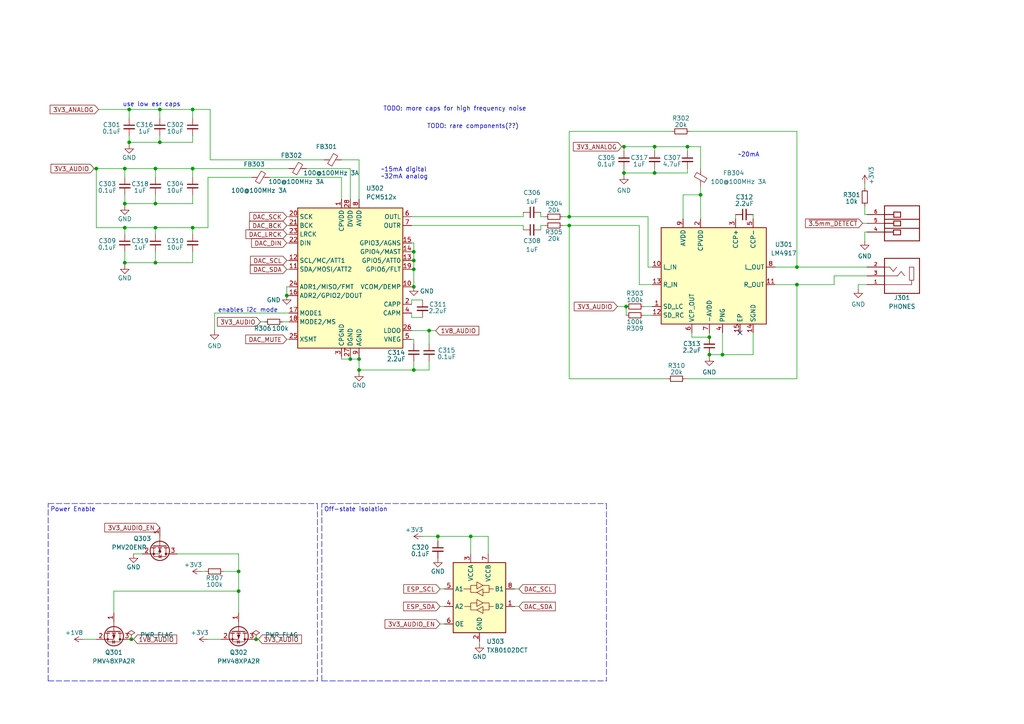
<source format=kicad_sch>
(kicad_sch (version 20211123) (generator eeschema)
  (paper "A4")
  (title_block (date "2022-09-04") (rev "1"))
  (lib_symbols
    (symbol "Audio:PCM5121PW"
      (property "Reference" "U" (at -13.97 21.59 0))
      (property "Value" "PCM5121PW" (at 10.16 21.59 0))
      (symbol "PCM5121PW_0_1"
        (rectangle (start -15.24 20.32) (end 15.24 -20.32) (stroke (width 0.254)) (fill (type background)))
      )
      (symbol "PCM5121PW_1_1"
        (pin power_in line (at -2.54 22.86 270) (length 2.54) (name "CPVDD") (number "1"))
        (pin bidirectional line (at 17.78 -2.54 180) (length 2.54) (name "VCOM/DEMP") (number "10"))
        (pin bidirectional line (at -17.78 2.54 0) (length 2.54) (name "SDA/MOSI/ATT2") (number "11"))
        (pin input line (at -17.78 5.08 0) (length 2.54) (name "SCL/MC/ATT1") (number "12"))
        (pin bidirectional line (at 17.78 5.08 180) (length 2.54) (name "GPIO5/ATT0") (number "13"))
        (pin bidirectional line (at 17.78 7.62 180) (length 2.54) (name "GPIO4/MAST") (number "14"))
        (pin bidirectional line (at 17.78 10.16 180) (length 2.54) (name "GPIO3/AGNS") (number "15"))
        (pin bidirectional line (at -17.78 -5.08 0) (length 2.54) (name "ADR2/GPIO2/DOUT") (number "16"))
        (pin input line (at -17.78 -10.16 0) (length 2.54) (name "MODE1") (number "17"))
        (pin input line (at -17.78 -12.7 0) (length 2.54) (name "MODE2/MS") (number "18"))
        (pin bidirectional line (at 17.78 2.54 180) (length 2.54) (name "GPIO6/FLT") (number "19"))
        (pin passive line (at 17.78 -7.62 180) (length 2.54) (name "CAPP") (number "2"))
        (pin input line (at -17.78 17.78 0) (length 2.54) (name "SCK") (number "20"))
        (pin bidirectional line (at -17.78 15.24 0) (length 2.54) (name "BCK") (number "21"))
        (pin input line (at -17.78 10.16 0) (length 2.54) (name "DIN") (number "22"))
        (pin bidirectional line (at -17.78 12.7 0) (length 2.54) (name "LRCK") (number "23"))
        (pin bidirectional line (at -17.78 -2.54 0) (length 2.54) (name "ADR1/MISO/FMT") (number "24"))
        (pin input line (at -17.78 -17.78 0) (length 2.54) (name "XSMT") (number "25"))
        (pin passive line (at 17.78 -15.24 180) (length 2.54) (name "LDOO") (number "26"))
        (pin power_in line (at 0 -22.86 90) (length 2.54) (name "DGND") (number "27"))
        (pin power_in line (at 0 22.86 270) (length 2.54) (name "DVDD") (number "28"))
        (pin power_in line (at -2.54 -22.86 90) (length 2.54) (name "CPGND") (number "3"))
        (pin passive line (at 17.78 -10.16 180) (length 2.54) (name "CAPM") (number "4"))
        (pin passive line (at 17.78 -17.78 180) (length 2.54) (name "VNEG") (number "5"))
        (pin output line (at 17.78 17.78 180) (length 2.54) (name "OUTL") (number "6"))
        (pin output line (at 17.78 15.24 180) (length 2.54) (name "OUTR") (number "7"))
        (pin power_in line (at 2.54 22.86 270) (length 2.54) (name "AVDD") (number "8"))
        (pin power_in line (at 2.54 -22.86 90) (length 2.54) (name "AGND") (number "9"))
      )
    )
    (symbol "Device:C_Small" (pin_numbers hide) (pin_names (offset 0.254) hide)
      (property "Reference" "C" (at 0.254 1.778 0))
      (property "Value" "C_Small" (at 0.254 -2.032 0))
      (symbol "C_Small_0_1"
        (polyline (pts (xy -1.524 -0.508) (xy 1.524 -0.508)) (stroke (width 0.3302)))
        (polyline (pts (xy -1.524 0.508) (xy 1.524 0.508)) (stroke (width 0.3048)))
      )
      (symbol "C_Small_1_1"
        (pin passive line (at 0 2.54 270) (length 2.032) (name "~") (number "1"))
        (pin passive line (at 0 -2.54 90) (length 2.032) (name "~") (number "2"))
      )
    )
    (symbol "Device:Ferrite_Bead_Small" (pin_numbers hide) (pin_names (offset 0))
      (property "Reference" "FB" (at 1.905 1.27 0))
      (property "Value" "Device_Ferrite_Bead_Small" (at 1.905 -1.27 0))
      (symbol "Ferrite_Bead_Small_0_1"
        (polyline (pts (xy 0 -1.27) (xy 0 -0.7874)))
        (polyline (pts (xy 0 0.889) (xy 0 1.2954)))
        (polyline (pts (xy -1.8288 0.2794) (xy -1.1176 1.4986) (xy 1.8288 -0.2032) (xy 1.1176 -1.4224) (xy -1.8288 0.2794)))
      )
      (symbol "Ferrite_Bead_Small_1_1"
        (pin passive line (at 0 2.54 270) (length 1.27) (name "~") (number "1"))
        (pin passive line (at 0 -2.54 90) (length 1.27) (name "~") (number "2"))
      )
    )
    (symbol "Device:Q_NMOS_GSD" (pin_names (offset 0) hide)
      (property "Reference" "Q" (at 5.08 1.27 0))
      (property "Value" "Q_NMOS_GSD" (at 5.08 -1.27 0))
      (symbol "Q_NMOS_GSD_0_1"
        (polyline (pts (xy 0.254 0) (xy -2.54 0)))
        (polyline (pts (xy 0.254 1.905) (xy 0.254 -1.905)) (stroke (width 0.254)))
        (polyline (pts (xy 0.762 -1.27) (xy 0.762 -2.286)) (stroke (width 0.254)))
        (polyline (pts (xy 0.762 0.508) (xy 0.762 -0.508)) (stroke (width 0.254)))
        (polyline (pts (xy 0.762 2.286) (xy 0.762 1.27)) (stroke (width 0.254)))
        (polyline (pts (xy 2.54 2.54) (xy 2.54 1.778)))
        (polyline (pts (xy 2.54 -2.54) (xy 2.54 0) (xy 0.762 0)))
        (polyline (pts (xy 0.762 -1.778) (xy 3.302 -1.778) (xy 3.302 1.778) (xy 0.762 1.778)))
        (polyline (pts (xy 1.016 0) (xy 2.032 0.381) (xy 2.032 -0.381) (xy 1.016 0)) (fill (type outline)))
        (polyline (pts (xy 2.794 0.508) (xy 2.921 0.381) (xy 3.683 0.381) (xy 3.81 0.254)))
        (polyline (pts (xy 3.302 0.381) (xy 2.921 -0.254) (xy 3.683 -0.254) (xy 3.302 0.381)))
        (circle (center 1.651 0) (radius 2.794) (stroke (width 0.254)))
        (circle (center 2.54 -1.778) (radius 0.254) (fill (type outline)))
        (circle (center 2.54 1.778) (radius 0.254) (fill (type outline)))
      )
      (symbol "Q_NMOS_GSD_1_1"
        (pin input line (at -5.08 0 0) (length 2.54) (name "G") (number "1"))
        (pin passive line (at 2.54 -5.08 90) (length 2.54) (name "S") (number "2"))
        (pin passive line (at 2.54 5.08 270) (length 2.54) (name "D") (number "3"))
      )
    )
    (symbol "Device:Q_PMOS_GSD" (pin_names (offset 0) hide)
      (property "Reference" "Q" (at 5.08 1.27 0))
      (property "Value" "Q_PMOS_GSD" (at 5.08 -1.27 0))
      (symbol "Q_PMOS_GSD_0_1"
        (polyline (pts (xy 0.254 0) (xy -2.54 0)))
        (polyline (pts (xy 0.254 1.905) (xy 0.254 -1.905)) (stroke (width 0.254)))
        (polyline (pts (xy 0.762 -1.27) (xy 0.762 -2.286)) (stroke (width 0.254)))
        (polyline (pts (xy 0.762 0.508) (xy 0.762 -0.508)) (stroke (width 0.254)))
        (polyline (pts (xy 0.762 2.286) (xy 0.762 1.27)) (stroke (width 0.254)))
        (polyline (pts (xy 2.54 2.54) (xy 2.54 1.778)))
        (polyline (pts (xy 2.54 -2.54) (xy 2.54 0) (xy 0.762 0)))
        (polyline (pts (xy 0.762 1.778) (xy 3.302 1.778) (xy 3.302 -1.778) (xy 0.762 -1.778)))
        (polyline (pts (xy 2.286 0) (xy 1.27 0.381) (xy 1.27 -0.381) (xy 2.286 0)) (fill (type outline)))
        (polyline (pts (xy 2.794 -0.508) (xy 2.921 -0.381) (xy 3.683 -0.381) (xy 3.81 -0.254)))
        (polyline (pts (xy 3.302 -0.381) (xy 2.921 0.254) (xy 3.683 0.254) (xy 3.302 -0.381)))
        (circle (center 1.651 0) (radius 2.794) (stroke (width 0.254)))
        (circle (center 2.54 -1.778) (radius 0.254) (fill (type outline)))
        (circle (center 2.54 1.778) (radius 0.254) (fill (type outline)))
      )
      (symbol "Q_PMOS_GSD_1_1"
        (pin input line (at -5.08 0 0) (length 2.54) (name "G") (number "1"))
        (pin passive line (at 2.54 -5.08 90) (length 2.54) (name "S") (number "2"))
        (pin passive line (at 2.54 5.08 270) (length 2.54) (name "D") (number "3"))
      )
    )
    (symbol "Device:R_Small" (pin_numbers hide) (pin_names (offset 0.254) hide)
      (property "Reference" "R" (at 0.762 0.508 0))
      (property "Value" "R_Small" (at 0.762 -1.016 0))
      (symbol "R_Small_0_1"
        (rectangle (start -0.762 1.778) (end 0.762 -1.778) (stroke (width 0.2032)))
      )
      (symbol "R_Small_1_1"
        (pin passive line (at 0 2.54 270) (length 0.762) (name "~") (number "1"))
        (pin passive line (at 0 -2.54 90) (length 0.762) (name "~") (number "2"))
      )
    )
    (symbol "Logic_LevelTranslator:TXB0102DCT"
      (property "Reference" "U" (at -6.35 11.43 0))
      (property "Value" "TXB0102DCT" (at 3.81 11.43 0))
      (symbol "TXB0102DCT_0_1"
        (rectangle (start -7.62 10.16) (end 7.62 -10.16) (stroke (width 0.254)) (fill (type background)))
        (polyline (pts (xy -2.54 -2.54) (xy -2.54 -1.524) (xy -0.762 -1.524)))
        (polyline (pts (xy -2.54 2.54) (xy -2.54 3.556) (xy -0.762 3.556)))
        (polyline (pts (xy 2.794 -2.54) (xy 2.794 -3.556) (xy 1.016 -3.556)))
        (polyline (pts (xy 2.794 2.54) (xy 2.794 1.524) (xy 1.016 1.524)))
        (polyline (pts (xy -0.762 -3.556) (xy -2.54 -3.556) (xy -2.54 -2.54) (xy -4.318 -2.54)))
        (polyline (pts (xy -0.762 -2.54) (xy -0.762 -0.508) (xy 1.016 -1.524) (xy -0.762 -2.54)) (fill (type background)))
        (polyline (pts (xy -0.762 1.524) (xy -2.54 1.524) (xy -2.54 2.54) (xy -4.572 2.54)))
        (polyline (pts (xy -0.762 2.54) (xy -0.762 4.572) (xy 1.016 3.556) (xy -0.762 2.54)))
        (polyline (pts (xy 1.016 -2.54) (xy 1.016 -4.572) (xy -0.762 -3.556) (xy 1.016 -2.54)))
        (polyline (pts (xy 1.016 -1.524) (xy 2.794 -1.524) (xy 2.794 -2.54) (xy 4.064 -2.54)))
        (polyline (pts (xy 1.016 3.556) (xy 2.794 3.556) (xy 2.794 2.54) (xy 4.064 2.54)))
        (polyline (pts (xy 1.016 2.54) (xy 1.016 0.762) (xy 1.016 0.508) (xy -0.762 1.524) (xy 1.016 2.54)))
      )
      (symbol "TXB0102DCT_1_1"
        (pin bidirectional line (at 10.16 -2.54 180) (length 2.54) (name "B2") (number "1"))
        (pin power_in line (at 0 -12.7 90) (length 2.54) (name "GND") (number "2"))
        (pin power_in line (at -2.54 12.7 270) (length 2.54) (name "VCCA") (number "3"))
        (pin bidirectional line (at -10.16 -2.54 0) (length 2.54) (name "A2") (number "4"))
        (pin bidirectional line (at -10.16 2.54 0) (length 2.54) (name "A1") (number "5"))
        (pin input line (at -10.16 -7.62 0) (length 2.54) (name "OE") (number "6"))
        (pin power_in line (at 2.54 12.7 270) (length 2.54) (name "VCCB") (number "7"))
        (pin bidirectional line (at 10.16 2.54 180) (length 2.54) (name "B1") (number "8"))
      )
    )
    (symbol "power:+1V8" (power) (pin_names (offset 0))
      (property "Value" "+1V8" (at 0 3.556 0))
      (symbol "+1V8_0_1"
        (polyline (pts (xy -0.762 1.27) (xy 0 2.54)))
        (polyline (pts (xy 0 0) (xy 0 2.54)))
        (polyline (pts (xy 0 2.54) (xy 0.762 1.27)))
      )
      (symbol "+1V8_1_1"
        (pin power_in line (at 0 0 90) (length 0) hide (name "+1V8") (number "1"))
      )
    )
    (symbol "power:+3V3" (power) (pin_names (offset 0))
      (property "Value" "+3V3" (at 0 3.556 0))
      (symbol "+3V3_0_1"
        (polyline (pts (xy -0.762 1.27) (xy 0 2.54)))
        (polyline (pts (xy 0 0) (xy 0 2.54)))
        (polyline (pts (xy 0 2.54) (xy 0.762 1.27)))
      )
      (symbol "+3V3_1_1"
        (pin power_in line (at 0 0 90) (length 0) hide (name "+3V3") (number "1"))
      )
    )
    (symbol "power:GND" (power) (pin_names (offset 0))
      (property "Value" "GND" (at 0 -3.81 0))
      (symbol "GND_0_1"
        (polyline (pts (xy 0 0) (xy 0 -1.27) (xy 1.27 -1.27) (xy 0 -2.54) (xy -1.27 -1.27) (xy 0 -1.27)))
      )
      (symbol "GND_1_1"
        (pin power_in line (at 0 0 270) (length 0) hide (name "GND") (number "1"))
      )
    )
    (symbol "power:PWR_FLAG" (power) (pin_numbers hide) (pin_names (offset 0) hide)
      (property "Value" "PWR_FLAG" (at 0 3.81 0))
      (symbol "PWR_FLAG_0_0"
        (pin power_out line (at 0 0 90) (length 0) (name "pwr") (number "1"))
      )
      (symbol "PWR_FLAG_0_1"
        (polyline (pts (xy 0 0) (xy 0 1.27) (xy -1.016 1.905) (xy 0 2.54) (xy 1.016 1.905) (xy 0 1.27)))
      )
    )
    (symbol "symbols:LM4917"
      (property "Reference" "U" (at 0 0 0))
      (property "Value" "LM4917" (at 0 0 0))
      (symbol "LM4917_0_0"
        (pin input line (at -17.78 -2.54 0) (length 2.54) (name "R_IN") (number "13"))
        (pin power_in line (at 11.43 -16.51 90) (length 2.54) (name "SGND") (number "14"))
        (pin power_in line (at 7.62 -16.51 90) (length 2.54) (name "EP") (number "15"))
        (pin passive line (at 6.35 16.51 270) (length 2.54) (name "CCP+") (number "3"))
      )
      (symbol "LM4917_0_1"
        (rectangle (start -15.24 13.97) (end 15.24 -13.97) (stroke (width 0.254)) (fill (type background)))
      )
      (symbol "LM4917_1_1"
        (pin input line (at -17.78 -8.89 0) (length 2.54) (name "SD_LC") (number "1"))
        (pin input line (at -17.78 2.54 0) (length 2.54) (name "L_IN") (number "10"))
        (pin output line (at 17.78 -2.54 180) (length 2.54) (name "R_OUT") (number "11"))
        (pin input line (at -17.78 -11.43 0) (length 2.54) (name "SD_RC") (number "12"))
        (pin power_in line (at -3.81 16.51 270) (length 2.54) (name "CPVDD") (number "2"))
        (pin power_in line (at 2.54 -16.51 90) (length 2.54) (name "PNG") (number "4"))
        (pin passive line (at 11.43 16.51 270) (length 2.54) (name "CCP-") (number "5"))
        (pin power_in line (at -6.35 -16.51 90) (length 2.54) (name "VCP_OUT") (number "6"))
        (pin power_in line (at -1.27 -16.51 90) (length 2.54) (name "-AVDD") (number "7"))
        (pin output line (at 17.78 2.54 180) (length 2.54) (name "L_OUT") (number "8"))
        (pin power_in line (at -8.89 16.51 270) (length 2.54) (name "AVDD") (number "9"))
      )
    )
    (symbol "symbols:SJ-3566AN" (pin_names (offset 1.016) hide)
      (property "Reference" "J301" (at 0 6.35 0))
      (property "Value" "PHONES" (at 0 8.89 0))
      (symbol "SJ-3566AN_0_0"
        (polyline (pts (xy -5.1054 -13.7922) (xy 5.0038 -13.7922)) (stroke (width 0.254)))
        (polyline (pts (xy -5.08 -20.32) (xy 5.08 -20.32)) (stroke (width 0.254)))
        (polyline (pts (xy -5.08 -10.16) (xy -5.08 -20.32)) (stroke (width 0.254)))
        (polyline (pts (xy -5.08 -5.08) (xy 5.08 -5.08)) (stroke (width 0.254)))
        (polyline (pts (xy -5.08 5.08) (xy -5.08 -5.08)) (stroke (width 0.254)))
        (polyline (pts (xy -3.429 -2.54) (xy -2.159 -2.54)) (stroke (width 0.1524)))
        (polyline (pts (xy -3.429 1.27) (xy -3.429 -2.54)) (stroke (width 0.1524)))
        (polyline (pts (xy -2.794 1.27) (xy -3.429 1.27)) (stroke (width 0.1524)))
        (polyline (pts (xy -2.794 1.27) (xy -2.794 2.54)) (stroke (width 0.1524)))
        (polyline (pts (xy -2.794 2.54) (xy 5.08 2.54)) (stroke (width 0.1524)))
        (polyline (pts (xy -2.159 -2.54) (xy -2.159 1.27)) (stroke (width 0.1524)))
        (polyline (pts (xy -2.159 1.27) (xy -2.794 1.27)) (stroke (width 0.1524)))
        (polyline (pts (xy 0.254 -1.27) (xy -0.762 0)) (stroke (width 0.1524)))
        (polyline (pts (xy 0.4064 -18.4912) (xy 0.4064 -16.9926)) (stroke (width 0.254)))
        (polyline (pts (xy 0.4064 -16.9926) (xy 2.3876 -16.9926)) (stroke (width 0.254)))
        (polyline (pts (xy 0.4064 -15.9004) (xy 0.4064 -14.5034)) (stroke (width 0.254)))
        (polyline (pts (xy 0.4064 -14.5034) (xy 2.3876 -14.5034)) (stroke (width 0.254)))
        (polyline (pts (xy 0.4064 -11.9126) (xy 0.4064 -13.3096)) (stroke (width 0.254)))
        (polyline (pts (xy 0.508 -13.3096) (xy 2.4892 -13.3096)) (stroke (width 0.254)))
        (polyline (pts (xy 1.27 0) (xy 0.254 -1.27)) (stroke (width 0.1524)))
        (polyline (pts (xy 1.524 -2.54) (xy 2.54 -1.27)) (stroke (width 0.1524)))
        (polyline (pts (xy 2.3876 -18.4912) (xy 0.4064 -18.4912)) (stroke (width 0.254)))
        (polyline (pts (xy 2.3876 -16.9926) (xy 2.3876 -18.4912)) (stroke (width 0.254)))
        (polyline (pts (xy 2.3876 -15.9004) (xy 0.4064 -15.9004)) (stroke (width 0.254)))
        (polyline (pts (xy 2.3876 -14.5034) (xy 2.3876 -15.9004)) (stroke (width 0.254)))
        (polyline (pts (xy 2.4892 -13.3096) (xy 2.4892 -11.9126)) (stroke (width 0.254)))
        (polyline (pts (xy 2.4892 -11.9126) (xy 0.508 -11.9126)) (stroke (width 0.254)))
        (polyline (pts (xy 2.54 -1.27) (xy 3.556 -2.54)) (stroke (width 0.1524)))
        (polyline (pts (xy 5.08 -20.32) (xy 5.08 -17.78)) (stroke (width 0.254)))
        (polyline (pts (xy 5.08 -17.78) (xy 2.54 -17.78)) (stroke (width 0.254)))
        (polyline (pts (xy 5.08 -17.78) (xy 5.08 -15.24)) (stroke (width 0.254)))
        (polyline (pts (xy 5.08 -15.24) (xy 2.54 -15.24)) (stroke (width 0.254)))
        (polyline (pts (xy 5.08 -15.24) (xy 5.08 -12.7)) (stroke (width 0.254)))
        (polyline (pts (xy 5.08 -12.7) (xy 2.54 -12.7)) (stroke (width 0.254)))
        (polyline (pts (xy 5.08 -12.7) (xy 5.08 -10.16)) (stroke (width 0.254)))
        (polyline (pts (xy 5.08 -10.16) (xy -5.08 -10.16)) (stroke (width 0.254)))
        (polyline (pts (xy 5.08 -5.08) (xy 5.08 -2.54)) (stroke (width 0.254)))
        (polyline (pts (xy 5.08 -2.54) (xy 3.556 -2.54)) (stroke (width 0.1524)))
        (polyline (pts (xy 5.08 -2.54) (xy 5.08 0)) (stroke (width 0.254)))
        (polyline (pts (xy 5.08 0) (xy 1.27 0)) (stroke (width 0.1524)))
        (polyline (pts (xy 5.08 0) (xy 5.08 2.54)) (stroke (width 0.254)))
        (polyline (pts (xy 5.08 2.54) (xy 5.08 5.08)) (stroke (width 0.254)))
        (polyline (pts (xy 5.08 5.08) (xy -5.08 5.08)) (stroke (width 0.254)))
        (polyline (pts (xy 5.1054 -16.4084) (xy -5.1054 -16.4084)) (stroke (width 0.254)))
        (pin passive line (at 10.16 2.54 180) (length 5.08) (name "~") (number "1"))
        (pin passive line (at 10.16 -2.54 180) (length 5.08) (name "~") (number "2"))
        (pin passive line (at 10.16 0 180) (length 5.08) (name "~") (number "3"))
        (pin passive line (at 10.16 -12.7 180) (length 5.08) (name "~") (number "4"))
        (pin passive line (at 10.16 -15.24 180) (length 5.08) (name "~") (number "5"))
        (pin passive line (at 10.16 -17.78 180) (length 5.08) (name "~") (number "6"))
      )
    )
  )
  (junction (at 120.015 83.185))
  (junction (at 55.88 66.04))
  (junction (at 120.015 75.565))
  (junction (at 38.1 185.42))
  (junction (at 120.015 73.025))
  (junction (at 189.865 42.545))
  (junction (at 205.74 102.87))
  (junction (at 199.39 42.545))
  (junction (at 27.94 48.895))
  (junction (at 104.14 107.315))
  (junction (at 189.865 50.165))
  (junction (at 45.085 48.895))
  (junction (at 55.88 31.75))
  (junction (at 101.6 104.14))
  (junction (at 231.14 82.55))
  (junction (at 45.085 76.2))
  (junction (at 180.975 42.545))
  (junction (at 36.195 66.04))
  (junction (at 203.2 56.515))
  (junction (at 69.215 165.735))
  (junction (at 45.085 59.055))
  (junction (at 209.55 102.87))
  (junction (at 104.14 104.14))
  (junction (at 74.295 185.42))
  (junction (at 127 155.575))
  (junction (at 205.74 97.79))
  (junction (at 124.46 95.885))
  (junction (at 36.195 48.895))
  (junction (at 120.015 78.105))
  (junction (at 120.015 107.315))
  (junction (at 165.1 65.405))
  (junction (at 37.465 31.75))
  (junction (at 136.525 155.575))
  (junction (at 37.465 41.275))
  (junction (at 36.195 76.2))
  (junction (at 181.61 88.9))
  (junction (at 46.355 41.275))
  (junction (at 69.215 171.45))
  (junction (at 55.88 48.895))
  (junction (at 46.355 31.75))
  (junction (at 83.185 85.725))
  (junction (at 180.975 50.165))
  (junction (at 165.1 62.865))
  (junction (at 231.14 77.47))
  (junction (at 36.195 59.055))
  (junction (at 45.085 66.04))
  (no_connect (at -332.105 50.165))
  (no_connect (at 214.63 96.52))
  (no_connect (at 229.87 256.54))
  (polyline (pts (xy 13.97 197.485) (xy 13.97 146.05)))
  (wire (pts (xy 250.825 67.31) (xy 250.825 69.85)))
  (wire (pts (xy 38.735 160.655) (xy 41.275 160.655)))
  (wire (pts (xy 45.085 56.515) (xy 45.085 59.055)))
  (wire (pts (xy 187.96 62.865) (xy 187.96 77.47)))
  (wire (pts (xy 156.845 65.405) (xy 156.845 66.675)))
  (wire (pts (xy 119.38 86.995) (xy 119.38 88.265)))
  (wire (pts (xy 119.38 75.565) (xy 120.015 75.565)))
  (wire (pts (xy 55.88 39.37) (xy 55.88 41.275)))
  (wire (pts (xy 251.46 62.23) (xy 250.825 62.23)))
  (wire (pts (xy 101.6 104.14) (xy 104.14 104.14)))
  (wire (pts (xy 36.195 59.055) (xy 36.195 59.69)))
  (wire (pts (xy 251.46 67.31) (xy 250.825 67.31)))
  (wire (pts (xy 158.115 62.865) (xy 156.845 62.865)))
  (wire (pts (xy 231.14 82.55) (xy 231.14 109.855)))
  (wire (pts (xy 156.845 62.865) (xy 156.845 61.595)))
  (wire (pts (xy 151.765 65.405) (xy 151.765 66.675)))
  (wire (pts (xy 127.635 175.895) (xy 128.905 175.895)))
  (wire (pts (xy 231.14 109.855) (xy 198.755 109.855)))
  (wire (pts (xy 213.36 62.23) (xy 213.36 63.5)))
  (wire (pts (xy 224.79 82.55) (xy 231.14 82.55)))
  (wire (pts (xy 36.195 59.055) (xy 45.085 59.055)))
  (wire (pts (xy 36.195 51.435) (xy 36.195 48.895)))
  (wire (pts (xy 37.465 31.75) (xy 46.355 31.75)))
  (polyline (pts (xy 93.345 197.485) (xy 175.895 197.485)))
  (polyline (pts (xy 13.97 197.485) (xy 92.075 197.485)))
  (wire (pts (xy 45.085 48.895) (xy 55.88 48.895)))
  (wire (pts (xy 251.46 82.55) (xy 248.92 82.55)))
  (wire (pts (xy 180.975 50.165) (xy 180.975 50.8)))
  (wire (pts (xy 60.96 31.75) (xy 60.96 46.355)))
  (wire (pts (xy 124.46 107.315) (xy 120.015 107.315)))
  (wire (pts (xy 119.38 95.885) (xy 124.46 95.885)))
  (wire (pts (xy 165.1 38.1) (xy 194.945 38.1)))
  (wire (pts (xy 181.61 88.9) (xy 181.61 91.44)))
  (wire (pts (xy 180.975 42.545) (xy 180.975 43.815)))
  (wire (pts (xy 199.39 42.545) (xy 203.2 42.545)))
  (wire (pts (xy 203.2 53.975) (xy 203.2 56.515)))
  (wire (pts (xy 28.575 31.75) (xy 37.465 31.75)))
  (wire (pts (xy 104.14 57.785) (xy 104.14 46.355)))
  (wire (pts (xy 24.13 185.42) (xy 27.94 185.42)))
  (wire (pts (xy 81.915 93.345) (xy 83.82 93.345)))
  (wire (pts (xy 119.38 62.865) (xy 151.765 62.865)))
  (wire (pts (xy 189.865 42.545) (xy 189.865 43.815)))
  (wire (pts (xy 45.085 48.895) (xy 45.085 51.435)))
  (wire (pts (xy 189.865 48.895) (xy 189.865 50.165)))
  (wire (pts (xy 37.465 41.275) (xy 46.355 41.275)))
  (wire (pts (xy 38.735 185.42) (xy 38.1 185.42)))
  (wire (pts (xy 218.44 96.52) (xy 218.44 102.87)))
  (wire (pts (xy 127.635 180.975) (xy 128.905 180.975)))
  (wire (pts (xy 185.42 65.405) (xy 165.1 65.405)))
  (wire (pts (xy 83.185 62.865) (xy 83.82 62.865)))
  (wire (pts (xy 150.495 170.815) (xy 149.225 170.815)))
  (wire (pts (xy 99.06 104.14) (xy 101.6 104.14)))
  (wire (pts (xy 45.085 66.04) (xy 45.085 67.945)))
  (wire (pts (xy 120.015 70.485) (xy 120.015 73.025)))
  (wire (pts (xy 241.935 82.55) (xy 241.935 80.01)))
  (wire (pts (xy 27.305 48.895) (xy 27.94 48.895)))
  (wire (pts (xy 83.82 48.895) (xy 55.88 48.895)))
  (polyline (pts (xy 13.97 146.05) (xy 92.075 146.05)))
  (wire (pts (xy 83.185 83.185) (xy 83.185 85.725)))
  (wire (pts (xy 55.88 56.515) (xy 55.88 59.055)))
  (wire (pts (xy 179.07 88.9) (xy 181.61 88.9)))
  (wire (pts (xy 45.085 73.025) (xy 45.085 76.2)))
  (wire (pts (xy 122.555 92.075) (xy 119.38 92.075)))
  (wire (pts (xy 165.1 62.865) (xy 163.195 62.865)))
  (wire (pts (xy 119.38 73.025) (xy 120.015 73.025)))
  (polyline (pts (xy 92.075 146.05) (xy 92.075 197.485)))
  (wire (pts (xy 46.355 31.75) (xy 55.88 31.75)))
  (wire (pts (xy 127 156.845) (xy 127 155.575)))
  (wire (pts (xy 158.115 65.405) (xy 156.845 65.405)))
  (wire (pts (xy 185.42 65.405) (xy 185.42 82.55)))
  (wire (pts (xy 124.46 104.775) (xy 124.46 107.315)))
  (wire (pts (xy 46.355 31.75) (xy 46.355 34.29)))
  (wire (pts (xy 64.77 165.735) (xy 69.215 165.735)))
  (wire (pts (xy 83.185 83.185) (xy 83.82 83.185)))
  (wire (pts (xy 180.34 42.545) (xy 180.975 42.545)))
  (wire (pts (xy 120.015 78.105) (xy 120.015 83.185)))
  (wire (pts (xy 55.88 73.025) (xy 55.88 76.2)))
  (wire (pts (xy 36.195 73.025) (xy 36.195 76.2)))
  (polyline (pts (xy 175.895 146.05) (xy 175.895 197.485)))
  (wire (pts (xy 27.94 48.895) (xy 27.94 66.04)))
  (wire (pts (xy 55.88 67.945) (xy 55.88 66.04)))
  (wire (pts (xy 189.865 42.545) (xy 199.39 42.545)))
  (wire (pts (xy 141.605 155.575) (xy 141.605 160.655)))
  (wire (pts (xy 55.88 34.29) (xy 55.88 31.75)))
  (wire (pts (xy 250.825 53.34) (xy 250.825 54.61)))
  (wire (pts (xy 74.93 185.42) (xy 74.295 185.42)))
  (wire (pts (xy 199.39 50.165) (xy 199.39 48.895)))
  (wire (pts (xy 120.015 104.775) (xy 120.015 107.315)))
  (wire (pts (xy 45.085 59.055) (xy 55.88 59.055)))
  (wire (pts (xy 119.38 98.425) (xy 120.015 98.425)))
  (wire (pts (xy 165.1 62.865) (xy 165.1 38.1)))
  (wire (pts (xy 136.525 155.575) (xy 141.605 155.575)))
  (wire (pts (xy 37.465 34.29) (xy 37.465 31.75)))
  (wire (pts (xy 165.1 109.855) (xy 165.1 65.405)))
  (wire (pts (xy 231.14 82.55) (xy 241.935 82.55)))
  (wire (pts (xy 33.02 171.45) (xy 69.215 171.45)))
  (wire (pts (xy 75.565 93.345) (xy 76.835 93.345)))
  (wire (pts (xy 55.88 51.435) (xy 55.88 48.895)))
  (wire (pts (xy 209.55 102.87) (xy 205.74 102.87)))
  (wire (pts (xy 36.195 76.2) (xy 36.195 76.835)))
  (wire (pts (xy 224.79 77.47) (xy 231.14 77.47)))
  (wire (pts (xy 203.2 42.545) (xy 203.2 48.895)))
  (wire (pts (xy 36.195 56.515) (xy 36.195 59.055)))
  (wire (pts (xy 165.1 65.405) (xy 163.195 65.405)))
  (wire (pts (xy 180.975 50.165) (xy 189.865 50.165)))
  (polyline (pts (xy 93.345 197.485) (xy 93.345 146.05)))
  (wire (pts (xy 58.42 165.735) (xy 59.69 165.735)))
  (wire (pts (xy 83.185 67.945) (xy 83.82 67.945)))
  (wire (pts (xy 60.325 66.04) (xy 60.325 51.435)))
  (wire (pts (xy 120.015 107.315) (xy 104.14 107.315)))
  (wire (pts (xy 62.23 90.805) (xy 62.23 95.885)))
  (wire (pts (xy 186.69 91.44) (xy 189.23 91.44)))
  (wire (pts (xy 248.92 82.55) (xy 248.92 83.82)))
  (wire (pts (xy 119.38 92.075) (xy 119.38 90.805)))
  (wire (pts (xy 36.195 66.04) (xy 45.085 66.04)))
  (wire (pts (xy 83.185 78.105) (xy 83.82 78.105)))
  (wire (pts (xy 45.085 66.04) (xy 55.88 66.04)))
  (wire (pts (xy 200.66 96.52) (xy 200.66 97.79)))
  (wire (pts (xy 205.74 103.505) (xy 205.74 102.87)))
  (wire (pts (xy 46.355 39.37) (xy 46.355 41.275)))
  (wire (pts (xy 120.015 83.185) (xy 119.38 83.185)))
  (wire (pts (xy 83.185 98.425) (xy 83.82 98.425)))
  (wire (pts (xy 198.12 63.5) (xy 198.12 56.515)))
  (wire (pts (xy 218.44 62.23) (xy 218.44 63.5)))
  (wire (pts (xy 120.015 75.565) (xy 120.015 78.105)))
  (wire (pts (xy 231.14 77.47) (xy 251.46 77.47)))
  (wire (pts (xy 101.6 57.785) (xy 101.6 48.895)))
  (wire (pts (xy 99.06 51.435) (xy 99.06 57.785)))
  (wire (pts (xy 62.23 90.805) (xy 83.82 90.805)))
  (wire (pts (xy 209.55 96.52) (xy 209.55 102.87)))
  (wire (pts (xy 60.325 51.435) (xy 73.025 51.435)))
  (wire (pts (xy 139.065 186.69) (xy 139.065 186.055)))
  (wire (pts (xy 36.195 67.945) (xy 36.195 66.04)))
  (wire (pts (xy 51.435 160.655) (xy 69.215 160.655)))
  (wire (pts (xy 55.88 66.04) (xy 60.325 66.04)))
  (wire (pts (xy 209.55 102.87) (xy 218.44 102.87)))
  (wire (pts (xy 198.12 56.515) (xy 203.2 56.515)))
  (wire (pts (xy 231.14 38.1) (xy 231.14 77.47)))
  (wire (pts (xy 78.105 51.435) (xy 99.06 51.435)))
  (wire (pts (xy 200.025 38.1) (xy 231.14 38.1)))
  (wire (pts (xy 250.19 64.77) (xy 251.46 64.77)))
  (wire (pts (xy 205.74 97.79) (xy 205.74 96.52)))
  (wire (pts (xy 104.14 104.14) (xy 104.14 107.315)))
  (wire (pts (xy 120.015 98.425) (xy 120.015 99.695)))
  (wire (pts (xy 36.195 76.2) (xy 45.085 76.2)))
  (wire (pts (xy 99.06 46.355) (xy 104.14 46.355)))
  (polyline (pts (xy 93.345 146.05) (xy 175.895 146.05)))
  (wire (pts (xy 122.555 155.575) (xy 127 155.575)))
  (wire (pts (xy 120.015 73.025) (xy 120.015 75.565)))
  (wire (pts (xy 83.185 75.565) (xy 83.82 75.565)))
  (wire (pts (xy 36.195 66.04) (xy 27.94 66.04)))
  (wire (pts (xy 69.215 160.655) (xy 69.215 165.735)))
  (wire (pts (xy 101.6 103.505) (xy 101.6 104.14)))
  (wire (pts (xy 119.38 70.485) (xy 120.015 70.485)))
  (wire (pts (xy 189.23 82.55) (xy 185.42 82.55)))
  (wire (pts (xy 187.96 77.47) (xy 189.23 77.47)))
  (wire (pts (xy 60.325 185.42) (xy 64.135 185.42)))
  (wire (pts (xy 199.39 42.545) (xy 199.39 43.815)))
  (wire (pts (xy 55.88 31.75) (xy 60.96 31.75)))
  (wire (pts (xy 124.46 99.695) (xy 124.46 95.885)))
  (wire (pts (xy 37.465 41.275) (xy 37.465 41.91)))
  (wire (pts (xy 126.365 95.885) (xy 124.46 95.885)))
  (wire (pts (xy 36.195 48.895) (xy 45.085 48.895)))
  (wire (pts (xy 83.185 85.725) (xy 83.82 85.725)))
  (wire (pts (xy 187.96 62.865) (xy 165.1 62.865)))
  (wire (pts (xy 119.38 78.105) (xy 120.015 78.105)))
  (wire (pts (xy 180.975 42.545) (xy 189.865 42.545)))
  (wire (pts (xy 60.96 46.355) (xy 93.98 46.355)))
  (wire (pts (xy 180.975 48.895) (xy 180.975 50.165)))
  (wire (pts (xy 203.2 56.515) (xy 203.2 63.5)))
  (wire (pts (xy 104.14 103.505) (xy 104.14 104.14)))
  (wire (pts (xy 119.38 65.405) (xy 151.765 65.405)))
  (wire (pts (xy 127 155.575) (xy 136.525 155.575)))
  (wire (pts (xy 99.06 103.505) (xy 99.06 104.14)))
  (wire (pts (xy 101.6 48.895) (xy 88.9 48.895)))
  (wire (pts (xy 200.66 97.79) (xy 205.74 97.79)))
  (wire (pts (xy 241.935 80.01) (xy 251.46 80.01)))
  (wire (pts (xy 189.865 50.165) (xy 199.39 50.165)))
  (wire (pts (xy 69.215 165.735) (xy 69.215 171.45)))
  (wire (pts (xy 83.185 65.405) (xy 83.82 65.405)))
  (wire (pts (xy 122.555 86.995) (xy 119.38 86.995)))
  (wire (pts (xy 151.765 62.865) (xy 151.765 61.595)))
  (wire (pts (xy 33.02 171.45) (xy 33.02 177.8)))
  (wire (pts (xy 104.14 107.315) (xy 104.14 107.95)))
  (wire (pts (xy 69.215 171.45) (xy 69.215 177.8)))
  (wire (pts (xy 250.825 62.23) (xy 250.825 59.69)))
  (wire (pts (xy 37.465 39.37) (xy 37.465 41.275)))
  (wire (pts (xy 150.495 175.895) (xy 149.225 175.895)))
  (wire (pts (xy 193.675 109.855) (xy 165.1 109.855)))
  (wire (pts (xy 186.69 88.9) (xy 189.23 88.9)))
  (wire (pts (xy 83.185 70.485) (xy 83.82 70.485)))
  (wire (pts (xy 46.355 41.275) (xy 55.88 41.275)))
  (wire (pts (xy 127.635 170.815) (xy 128.905 170.815)))
  (wire (pts (xy 27.94 48.895) (xy 36.195 48.895)))
  (wire (pts (xy 45.085 76.2) (xy 55.88 76.2)))
  (wire (pts (xy 136.525 155.575) (xy 136.525 160.655)))
  (text "~20mA" (at 213.995 45.72 0) (effects (font (size 1.27 1.27)) (justify left bottom)))
  (text "Power Enable" (at 14.605 148.59 0) (effects (font (size 1.27 1.27)) (justify left bottom)))
  (text "~15mA digital\n~32mA analog" (at 110.49 52.07 0) (effects (font (size 1.27 1.27)) (justify left bottom)))
  (text "TODO: more caps for high frequency noise" (at 111.125 32.385 0) (effects (font (size 1.27 1.27)) (justify left bottom)))
  (text "use low esr caps" (at 35.56 31.115 0) (effects (font (size 1.27 1.27)) (justify left bottom)))
  (text "Off-state isolation" (at 93.98 148.59 0) (effects (font (size 1.27 1.27)) (justify left bottom)))
  (text "enables i2c mode" (at 80.645 90.805 180) (effects (font (size 1.27 1.27)) (justify right bottom)))
  (text "TODO: rare components(??)" (at 123.825 37.465 0) (effects (font (size 1.27 1.27)) (justify left bottom)))
  (global_label "DAC_MUTE" (shape input) (at 83.185 98.425 180) (property "Intersheet References" "${INTERSHEET_REFS}" (effects hide)))
  (global_label "DAC_SDA" (shape input) (at 150.495 175.895 0) (property "Intersheet References" "${INTERSHEET_REFS}" (effects hide)))
  (global_label "3V3_AUDIO" (shape input) (at 75.565 93.345 180) (property "Intersheet References" "${INTERSHEET_REFS}" (effects hide)))
  (global_label "DAC_SCL" (shape input) (at 83.185 75.565 180) (property "Intersheet References" "${INTERSHEET_REFS}" (effects hide)))
  (global_label "ESP_SDA" (shape input) (at 127.635 175.895 180) (property "Intersheet References" "${INTERSHEET_REFS}" (effects hide)))
  (global_label "3V3_ANALOG" (shape input) (at 180.34 42.545 180) (property "Intersheet References" "${INTERSHEET_REFS}" (effects hide)))
  (global_label "1V8_AUDIO" (shape input) (at 126.365 95.885 0) (property "Intersheet References" "${INTERSHEET_REFS}" (effects hide)))
  (global_label "DAC_DIN" (shape input) (at 83.185 70.485 180) (property "Intersheet References" "${INTERSHEET_REFS}" (effects hide)))
  (global_label "DAC_BCK" (shape input) (at 83.185 65.405 180) (property "Intersheet References" "${INTERSHEET_REFS}" (effects hide)))
  (global_label "3V3_AUDIO" (shape input) (at 74.93 185.42 0) (property "Intersheet References" "${INTERSHEET_REFS}" (effects hide)))
  (global_label "3V3_AUDIO_EN" (shape input) (at 127.635 180.975 180) (property "Intersheet References" "${INTERSHEET_REFS}" (effects hide)))
  (global_label "DAC_SDA" (shape input) (at 83.185 78.105 180) (property "Intersheet References" "${INTERSHEET_REFS}" (effects hide)))
  (global_label "1V8_AUDIO" (shape input) (at 38.735 185.42 0) (property "Intersheet References" "${INTERSHEET_REFS}" (effects hide)))
  (global_label "DAC_SCL" (shape input) (at 150.495 170.815 0) (property "Intersheet References" "${INTERSHEET_REFS}" (effects hide)))
  (global_label "DAC_LRCK" (shape input) (at 83.185 67.945 180) (property "Intersheet References" "${INTERSHEET_REFS}" (effects hide)))
  (global_label "3V3_AUDIO" (shape input) (at 179.07 88.9 180) (property "Intersheet References" "${INTERSHEET_REFS}" (effects hide)))
  (global_label "ESP_SCL" (shape input) (at 127.635 170.815 180) (property "Intersheet References" "${INTERSHEET_REFS}" (effects hide)))
  (global_label "DAC_SCK" (shape input) (at 83.185 62.865 180) (property "Intersheet References" "${INTERSHEET_REFS}" (effects hide)))
  (global_label "3V3_AUDIO" (shape input) (at 27.305 48.895 180) (property "Intersheet References" "${INTERSHEET_REFS}" (effects hide)))
  (global_label "3V3_ANALOG" (shape input) (at 28.575 31.75 180) (property "Intersheet References" "${INTERSHEET_REFS}" (effects hide)))
  (global_label "3V3_AUDIO_EN" (shape input) (at 46.355 153.035 180) (property "Intersheet References" "${INTERSHEET_REFS}" (effects hide)))
  (global_label "~{3.5mm_DETECT}" (shape input) (at 250.19 64.77 180) (property "Intersheet References" "${INTERSHEET_REFS}" (effects hide)))
  (symbol (lib_id "power:PWR_FLAG") (at 74.295 185.42 0) (unit 1)
    (property "Reference" "#FLG0105" (effects hide))
    (property "Value" "PWR_FLAG" (at 76.835 184.1499 0) (effects (justify left)))
  )
  (symbol (lib_id "Device:C_Small") (at 55.88 36.83 0) (unit 1)
    (property "Reference" "C302" (at 50.8 36.195 0))
    (property "Value" "10uF" (at 50.8 38.1 0))
    (property "Footprint" "Capacitor_SMD:C_0805_2012Metric" (effects hide))
    (property "PN" "EMK212ABJ106KG-T" (effects hide))
  )
  (symbol (lib_id "power:GND") (at 104.14 107.95 0) (unit 1)
    (property "Reference" "#PWR0313" (effects hide))
    (property "Value" "GND" (at 104.14 111.76 0))
  )
  (symbol (lib_id "power:GND") (at 83.185 85.725 0) (unit 1)
    (property "Reference" "#PWR0310" (effects hide))
    (property "Value" "GND" (at 79.375 86.995 0))
  )
  (symbol (lib_id "Device:C_Small") (at 55.88 70.485 0) (unit 1)
    (property "Reference" "C310" (at 50.8 69.85 0))
    (property "Value" "10uF" (at 50.8 71.755 0))
    (property "Footprint" "Capacitor_SMD:C_0805_2012Metric" (effects hide))
    (property "PN" "EMK212ABJ106KG-T" (effects hide))
  )
  (symbol (lib_id "Device:C_Small") (at 124.46 102.235 0) (unit 1)
    (property "Reference" "C315" (at 129.54 101.6 0))
    (property "Value" "0.1uF" (at 129.54 103.505 0))
    (property "Footprint" "Capacitor_SMD:C_0805_2012Metric" (effects hide))
    (property "PN" "0805YD104KAT2A" (effects hide))
  )
  (symbol (lib_id "Device:C_Small") (at 122.555 89.535 0) (unit 1)
    (property "Reference" "C311" (at 127 88.265 0))
    (property "Value" "2.2uF" (at 127 90.17 0))
    (property "Footprint" "Capacitor_SMD:C_0805_2012Metric" (effects hide))
    (property "PN" "EMK212BJ225KGHT" (effects hide))
  )
  (symbol (lib_id "Device:R_Small") (at 184.15 91.44 90) (mirror x) (unit 1)
    (property "Reference" "R309" (at 184.15 95.25 90))
    (property "Value" "100k" (at 184.15 93.345 90))
    (property "Footprint" "Resistor_SMD:R_0603_1608Metric" (effects hide))
    (property "PN" "RC0603JR-10100KL" (effects hide))
  )
  (symbol (lib_id "Device:R_Small") (at 196.215 109.855 90) (unit 1)
    (property "Reference" "R310" (at 196.215 106.045 90))
    (property "Value" "20k" (at 196.215 107.95 90))
    (property "Footprint" "Resistor_SMD:R_0603_1608Metric" (effects hide))
    (property "PN" "AC0603FR-0720KL" (effects hide))
  )
  (symbol (lib_id "power:GND") (at 38.735 160.655 0) (unit 1)
    (property "Reference" "#PWR0309" (effects hide))
    (property "Value" "GND" (at 38.735 164.465 0))
  )
  (symbol (lib_id "power:+1V8") (at 24.13 185.42 90) (unit 1)
    (property "Reference" "#PWR0316" (effects hide))
    (property "Value" "+1V8" (at 24.13 183.515 90) (effects (justify left)))
  )
  (symbol (lib_id "power:+3V3") (at 58.42 165.735 90) (unit 1)
    (property "Reference" "#PWR0314" (effects hide))
    (property "Value" "+3V3" (at 53.34 163.83 90) (effects (justify right)))
  )
  (symbol (lib_id "Device:R_Small") (at 160.655 62.865 90) (unit 1)
    (property "Reference" "R304" (at 160.655 59.055 90))
    (property "Value" "20k" (at 160.655 60.96 90))
    (property "Footprint" "Resistor_SMD:R_0603_1608Metric" (effects hide))
    (property "PN" "AC0603FR-0720KL" (effects hide))
  )
  (symbol (lib_id "power:GND") (at 36.195 76.835 0) (unit 1)
    (property "Reference" "#PWR0306" (effects hide))
    (property "Value" "GND" (at 36.195 80.645 0))
  )
  (symbol (lib_id "Device:Ferrite_Bead_Small") (at 75.565 51.435 90) (unit 1)
    (property "Reference" "FB303" (at 76.835 47.625 90) (effects (justify left)))
    (property "Value" "100@100MHz 3A" (at 83.185 55.245 90) (effects (justify left)))
    (property "Footprint" "Inductor_SMD:L_0603_1608Metric" (effects hide))
    (property "PN" "BLM18KG101TN1D" (effects hide))
  )
  (symbol (lib_id "Device:R_Small") (at 79.375 93.345 90) (unit 1)
    (property "Reference" "R306" (at 76.2 95.25 90))
    (property "Value" "100k" (at 81.28 95.25 90))
    (property "Footprint" "Resistor_SMD:R_0603_1608Metric" (effects hide))
    (property "PN" "RC0603JR-10100KL" (effects hide))
  )
  (symbol (lib_id "Device:C_Small") (at 120.015 102.235 0) (unit 1)
    (property "Reference" "C314" (at 114.935 102.235 0))
    (property "Value" "2.2uF" (at 114.935 104.14 0))
    (property "Footprint" "Capacitor_SMD:C_0805_2012Metric" (effects hide))
    (property "PN" "EMK212BJ225KGHT" (effects hide))
  )
  (symbol (lib_id "power:+3V3") (at 122.555 155.575 90) (unit 1)
    (property "Reference" "#PWR0303" (effects hide))
    (property "Value" "+3V3" (at 117.475 153.67 90) (effects (justify right)))
  )
  (symbol (lib_id "Device:C_Small") (at 55.88 53.975 0) (unit 1)
    (property "Reference" "C304" (at 50.8 53.34 0))
    (property "Value" "10uF" (at 50.8 55.245 0))
    (property "Footprint" "Capacitor_SMD:C_0805_2012Metric" (effects hide))
    (property "PN" "EMK212ABJ106KG-T" (effects hide))
  )
  (symbol (lib_id "power:GND") (at 62.23 95.885 0) (unit 1)
    (property "Reference" "#PWR0311" (effects hide))
    (property "Value" "GND" (at 62.23 100.33 0))
  )
  (symbol (lib_id "Device:C_Small") (at 45.085 53.975 0) (unit 1)
    (property "Reference" "C318" (at 40.64 53.34 0))
    (property "Value" "1uF" (at 40.64 55.245 0))
    (property "Footprint" "Capacitor_SMD:C_0805_2012Metric" (effects hide))
    (property "PN" "EMK212BJ105KG-T" (effects hide))
  )
  (symbol (lib_id "Device:Q_PMOS_GSD") (at 33.02 182.88 270) (unit 1)
    (property "Reference" "Q301" (at 33.02 189.23 90))
    (property "Value" "PMV48XPA2R" (at 33.02 191.77 90))
    (property "Footprint" "Package_TO_SOT_SMD:SOT-23" (effects hide))
    (property "PN" "PMV48XPA2R" (effects hide))
  )
  (symbol (lib_id "power:GND") (at 248.92 83.82 0) (unit 1)
    (property "Reference" "#PWR0308" (effects hide))
    (property "Value" "GND" (at 248.92 88.265 0))
  )
  (symbol (lib_id "Device:C_Small") (at 46.355 36.83 0) (unit 1)
    (property "Reference" "C316" (at 41.91 36.195 0))
    (property "Value" "1uF" (at 41.91 38.1 0))
    (property "Footprint" "Capacitor_SMD:C_0805_2012Metric" (effects hide))
    (property "PN" "EMK212BJ105KG-T" (effects hide))
  )
  (symbol (lib_id "power:GND") (at 37.465 41.91 0) (unit 1)
    (property "Reference" "#PWR0301" (effects hide))
    (property "Value" "GND" (at 37.465 45.72 0))
  )
  (symbol (lib_id "power:GND") (at 120.015 83.185 0) (unit 1)
    (property "Reference" "#PWR0307" (effects hide))
    (property "Value" "GND" (at 123.825 84.455 0))
  )
  (symbol (lib_id "Device:C_Small") (at 199.39 46.355 0) (unit 1)
    (property "Reference" "C307" (at 194.945 45.72 0))
    (property "Value" "4.7uF" (at 194.945 47.625 0))
    (property "Footprint" "Capacitor_SMD:C_0805_2012Metric" (effects hide))
    (property "PN" "EMK212BJ475KD-T" (effects hide))
  )
  (symbol (lib_id "Device:C_Small") (at 180.975 46.355 0) (unit 1)
    (property "Reference" "C305" (at 175.895 45.72 0))
    (property "Value" "0.1uF" (at 175.895 47.625 0))
    (property "Footprint" "Capacitor_SMD:C_0805_2012Metric" (effects hide))
    (property "PN" "0805YD104KAT2A" (effects hide))
  )
  (symbol (lib_id "power:GND") (at 139.065 186.69 0) (unit 1)
    (property "Reference" "#PWR0315" (effects hide))
    (property "Value" "GND" (at 139.065 190.5 0))
  )
  (symbol (lib_id "Device:C_Small") (at 215.9 62.23 90) (unit 1)
    (property "Reference" "C312" (at 215.9 57.15 90))
    (property "Value" "2.2uF" (at 215.9 59.055 90))
    (property "Footprint" "Capacitor_SMD:C_0603_1608Metric" (effects hide))
    (property "PN" "0603" (effects hide))
  )
  (symbol (lib_id "Device:Ferrite_Bead_Small") (at 203.2 51.435 180) (unit 1)
    (property "Reference" "FB304" (at 215.9 50.165 0) (effects (justify left)))
    (property "Value" "100@100MHz 3A" (at 222.25 52.705 0) (effects (justify left)))
    (property "Footprint" "Inductor_SMD:L_0603_1608Metric" (effects hide))
    (property "PN" "BLM18KG101TN1D" (effects hide))
  )
  (symbol (lib_id "power:+3V3") (at 250.825 53.34 0) (unit 1)
    (property "Reference" "#PWR0302" (effects hide))
    (property "Value" "+3V3" (at 252.73 48.26 90) (effects (justify right)))
  )
  (symbol (lib_id "power:GND") (at 250.825 69.85 0) (unit 1)
    (property "Reference" "#PWR0305" (effects hide))
    (property "Value" "GND" (at 250.825 74.295 0))
  )
  (symbol (lib_id "power:GND") (at 205.74 103.505 0) (unit 1)
    (property "Reference" "#PWR0122" (effects hide))
    (property "Value" "GND" (at 205.74 107.95 0))
  )
  (symbol (lib_id "Device:R_Small") (at 250.825 57.15 180) (unit 1)
    (property "Reference" "R301" (at 247.015 56.515 0))
    (property "Value" "10k" (at 247.015 58.42 0))
    (property "Footprint" "Resistor_SMD:R_0603_1608Metric" (effects hide))
    (property "PN" "AC0603JR-0710KL" (effects hide))
  )
  (symbol (lib_id "symbols:SJ-3566AN") (at 261.62 80.01 180) (unit 1)
    (property "Reference" "J301" (at 261.62 86.36 0))
    (property "Value" "PHONES" (at 261.62 88.9 0))
    (property "Footprint" "footprints:CUI_SJ-3566AN" (effects hide))
    (property "PN" "SJ-3566AN" (effects hide))
  )
  (symbol (lib_id "Device:C_Small") (at 127 159.385 0) (unit 1)
    (property "Reference" "C320" (at 121.92 158.75 0))
    (property "Value" "0.1uF" (at 121.92 160.655 0))
    (property "Footprint" "Capacitor_SMD:C_0805_2012Metric" (effects hide))
    (property "PN" "0805YD104KAT2A" (effects hide))
  )
  (symbol (lib_id "Device:Q_NMOS_GSD") (at 46.355 158.115 270) (unit 1)
    (property "Reference" "Q303" (at 41.275 156.21 90))
    (property "Value" "PMV20ENR" (at 37.465 158.75 90))
    (property "Footprint" "Package_TO_SOT_SMD:SOT-23" (effects hide))
    (property "PN" "PMV20ENR" (effects hide))
  )
  (symbol (lib_id "Device:Q_PMOS_GSD") (at 69.215 182.88 270) (unit 1)
    (property "Reference" "Q302" (at 69.215 189.23 90))
    (property "Value" "PMV48XPA2R" (at 69.215 191.77 90))
    (property "Footprint" "Package_TO_SOT_SMD:SOT-23" (effects hide))
    (property "PN" "PMV48XPA2R" (effects hide))
  )
  (symbol (lib_id "power:GND") (at 180.975 50.8 0) (unit 1)
    (property "Reference" "#PWR0123" (effects hide))
    (property "Value" "GND" (at 180.975 55.245 0))
  )
  (symbol (lib_id "Device:C_Small") (at 154.305 66.675 90) (unit 1)
    (property "Reference" "C308" (at 154.305 69.85 90))
    (property "Value" "1uF" (at 154.305 72.39 90))
    (property "Footprint" "Diode_SMD:D_1206_3216Metric" (effects hide))
    (property "PN" "T491A105M016AT" (effects hide))
  )
  (symbol (lib_id "Device:Ferrite_Bead_Small") (at 86.36 48.895 90) (unit 1)
    (property "Reference" "FB302" (at 87.63 45.085 90) (effects (justify left)))
    (property "Value" "100@100MHz 3A" (at 93.98 52.705 90) (effects (justify left)))
    (property "Footprint" "Inductor_SMD:L_0603_1608Metric" (effects hide))
    (property "PN" "BLM18KG101TN1D" (effects hide))
  )
  (symbol (lib_id "power:GND") (at 36.195 59.69 0) (unit 1)
    (property "Reference" "#PWR0304" (effects hide))
    (property "Value" "GND" (at 36.195 63.5 0))
  )
  (symbol (lib_id "Device:C_Small") (at 36.195 70.485 0) (unit 1)
    (property "Reference" "C309" (at 31.115 69.85 0))
    (property "Value" "0.1uF" (at 31.115 71.755 0))
    (property "Footprint" "Capacitor_SMD:C_0805_2012Metric" (effects hide))
    (property "PN" "0805YD104KAT2A" (effects hide))
  )
  (symbol (lib_id "Device:R_Small") (at 184.15 88.9 90) (unit 1)
    (property "Reference" "R303" (at 184.15 85.09 90))
    (property "Value" "100k" (at 184.15 86.995 90))
    (property "Footprint" "Resistor_SMD:R_0603_1608Metric" (effects hide))
    (property "PN" "RC0603JR-10100KL" (effects hide))
  )
  (symbol (lib_id "Device:C_Small") (at 154.305 61.595 90) (unit 1)
    (property "Reference" "C306" (at 154.305 55.88 90))
    (property "Value" "1uF" (at 154.305 58.42 90))
    (property "Footprint" "Diode_SMD:D_1206_3216Metric" (effects hide))
    (property "PN" "T491A105M016AT" (effects hide))
  )
  (symbol (lib_id "Device:R_Small") (at 62.23 165.735 90) (unit 1)
    (property "Reference" "R307" (at 62.23 167.64 90))
    (property "Value" "100k" (at 62.23 169.545 90))
    (property "Footprint" "Resistor_SMD:R_0603_1608Metric" (effects hide))
    (property "PN" "RC0603JR-10100KL" (effects hide))
  )
  (symbol (lib_id "Device:C_Small") (at 36.195 53.975 0) (unit 1)
    (property "Reference" "C303" (at 31.115 53.34 0))
    (property "Value" "0.1uF" (at 31.115 55.245 0))
    (property "Footprint" "Capacitor_SMD:C_0805_2012Metric" (effects hide))
    (property "PN" "0805YD104KAT2A" (effects hide))
  )
  (symbol (lib_id "Device:R_Small") (at 160.655 65.405 270) (unit 1)
    (property "Reference" "R305" (at 160.655 67.31 90))
    (property "Value" "20k" (at 160.655 69.215 90))
    (property "Footprint" "Resistor_SMD:R_0603_1608Metric" (effects hide))
    (property "PN" "AC0603FR-0720KL" (effects hide))
  )
  (symbol (lib_id "power:GND") (at 127 161.925 0) (unit 1)
    (property "Reference" "#PWR0312" (effects hide))
    (property "Value" "GND" (at 127 165.735 0))
  )
  (symbol (lib_id "symbols:LM4917") (at 207.01 80.01 0) (unit 1)
    (property "Reference" "U301" (at 227.33 70.8912 0))
    (property "Value" "LM4917" (at 227.33 73.4312 0))
    (property "Footprint" "footprints:SOIC-14" (effects hide))
    (property "PN" "LM4917SD" (effects hide))
  )
  (symbol (lib_id "Device:R_Small") (at 197.485 38.1 90) (unit 1)
    (property "Reference" "R302" (at 197.485 34.29 90))
    (property "Value" "20k" (at 197.485 36.195 90))
    (property "Footprint" "Resistor_SMD:R_0603_1608Metric" (effects hide))
    (property "PN" "AC0603FR-0720KL" (effects hide))
  )
  (symbol (lib_id "Audio:PCM5121PW") (at 101.6 80.645 0) (unit 1)
    (property "Reference" "U302" (at 106.1594 54.61 0) (effects (justify left)))
    (property "Value" "PCM512x" (at 106.1594 57.15 0) (effects (justify left)))
    (property "Footprint" "Package_SO:TSSOP-28_4.4x9.7mm_P0.65mm" (effects hide))
    (property "Datasheet" "http://www.ti.com/lit/ds/symlink/pcm5121.pdf" (effects hide))
    (property "PN" "PCM512x" (effects hide))
  )
  (symbol (lib_id "power:+3V3") (at 60.325 185.42 90) (unit 1)
    (property "Reference" "#PWR0317" (effects hide))
    (property "Value" "+3V3" (at 55.245 183.515 90) (effects (justify right)))
  )
  (symbol (lib_id "Logic_LevelTranslator:TXB0102DCT") (at 139.065 173.355 0) (unit 1)
    (property "Reference" "U303" (at 141.0844 186.055 0) (effects (justify left)))
    (property "Value" "TXB0102DCT" (at 141.0844 188.595 0) (effects (justify left)))
    (property "Footprint" "Package_SO:TSSOP-8_3x3mm_P0.65mm" (effects hide))
    (property "Datasheet" "http://www.ti.com/lit/ds/symlink/txb0102.pdf" (effects hide))
  )
  (symbol (lib_id "Device:C_Small") (at 189.865 46.355 0) (unit 1)
    (property "Reference" "C317" (at 185.42 45.72 0))
    (property "Value" "1uF" (at 185.42 47.625 0))
    (property "Footprint" "Capacitor_SMD:C_0805_2012Metric" (effects hide))
    (property "PN" "EMK212BJ105KG-T" (effects hide))
  )
  (symbol (lib_id "Device:C_Small") (at 205.74 100.33 180) (unit 1)
    (property "Reference" "C313" (at 200.66 99.695 0))
    (property "Value" "2.2uF" (at 200.66 101.6 0))
    (property "Footprint" "Capacitor_SMD:C_0805_2012Metric" (effects hide))
    (property "PN" "EMK212BJ225KGHT" (effects hide))
  )
  (symbol (lib_id "Device:C_Small") (at 37.465 36.83 0) (unit 1)
    (property "Reference" "C301" (at 32.385 36.195 0))
    (property "Value" "0.1uF" (at 32.385 38.1 0))
    (property "Footprint" "Capacitor_SMD:C_0805_2012Metric" (effects hide))
    (property "PN" "0805YD104KAT2A" (effects hide))
  )
  (symbol (lib_id "power:PWR_FLAG") (at 38.1 185.42 0) (unit 1)
    (property "Reference" "#FLG0104" (effects hide))
    (property "Value" "PWR_FLAG" (at 40.64 184.1499 0) (effects (justify left)))
  )
  (symbol (lib_id "Device:C_Small") (at 45.085 70.485 0) (unit 1)
    (property "Reference" "C319" (at 40.64 69.85 0))
    (property "Value" "1uF" (at 40.64 71.755 0))
    (property "Footprint" "Capacitor_SMD:C_0805_2012Metric" (effects hide))
    (property "PN" "EMK212BJ105KG-T" (effects hide))
  )
  (symbol (lib_id "Device:Ferrite_Bead_Small") (at 96.52 46.355 90) (unit 1)
    (property "Reference" "FB301" (at 97.79 42.545 90) (effects (justify left)))
    (property "Value" "100@100MHz 3A" (at 104.14 50.165 90) (effects (justify left)))
    (property "Footprint" "Inductor_SMD:L_0603_1608Metric" (effects hide))
    (property "PN" "BLM18KG101TN1D" (effects hide))
  )
)
</source>
